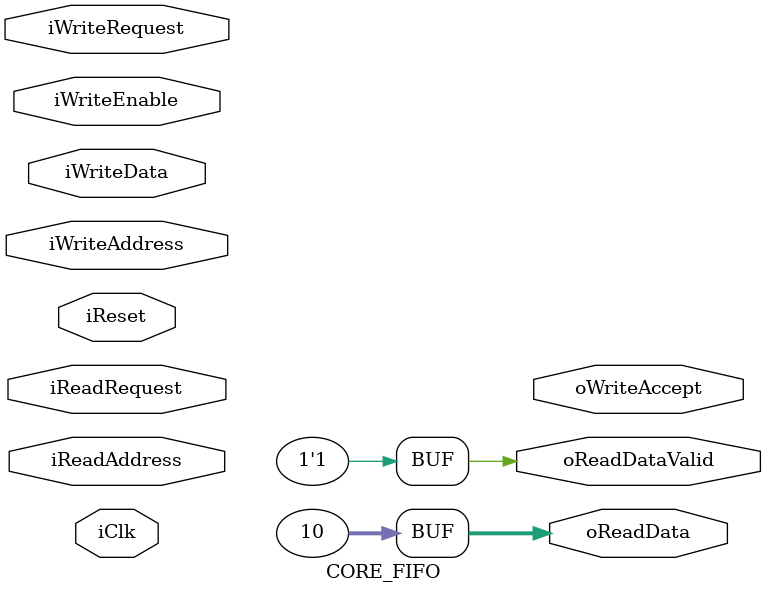
<source format=v>
/********************************************************/
/*                      LICENSE:			*/
/*------------------------------------------------------*/
/* These files can be used for the Embedded Computer    */
/* Architecture course (5SIA0) at Eindhoven University  */
/* of technology. You are not allowed to distribute     */
/* these files to others.                               */
/* This header must be retained at all times		*/
/********************************************************/

module CORE_FIFO
#
(
	parameter INTERFACE_WIDTH = 32,
	parameter INTERFACE_ADDR_WIDTH = 32
)
(	
	input iClk,
	input iReset,
	
	input [INTERFACE_ADDR_WIDTH-1:0] iWriteAddress,
	input [INTERFACE_ADDR_WIDTH-1:0] iReadAddress,
	input [(INTERFACE_WIDTH / 8)-1:0] iWriteEnable,
	input [INTERFACE_WIDTH-1:0] iWriteData,
	input iReadRequest,
	input iWriteRequest,
	

	output [INTERFACE_WIDTH-1:0] oReadData,
	output oReadDataValid,
	output oWriteAccept
);

	// initial begin		
	//  	$display("NUMBER:");
	//  	$display("%d", PERIPHERAL_NUM);
	//  	$display("%d", Address_Low);
	//  	$display("%d", Address_High);
	// end


	assign oReadData = 10;
	assign oReadDataValid = 1;

endmodule

</source>
